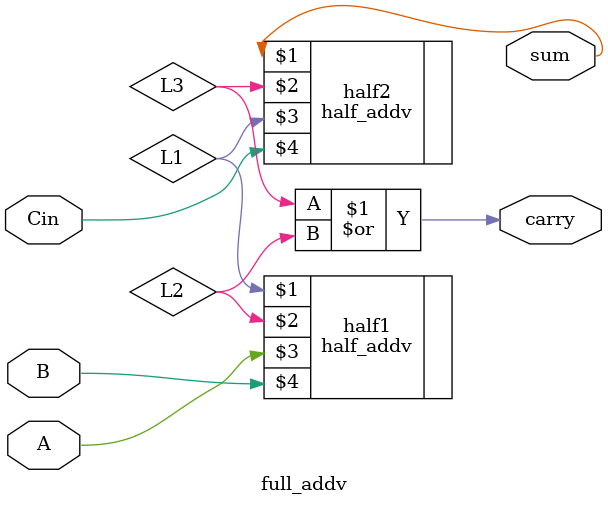
<source format=v>
/* Somador completo */

module full_addv (sum,carry,A,B,Cin); //Define entrada e saida do modulo

output sum, carry; // Define as saidas de 1 bit cada

input A, B, Cin; // Define as entradas de 1 bit cada

wire L1,L2,L3; // Fios que ligam dois meio somadores

half_addv  half1(L1,L2,A,B); // Primeiro meio somador

half_addv half2(sum,L3,L1,Cin); // Segundo meio somador

or(carry,L3,L2); // Porta OU

endmodule
</source>
